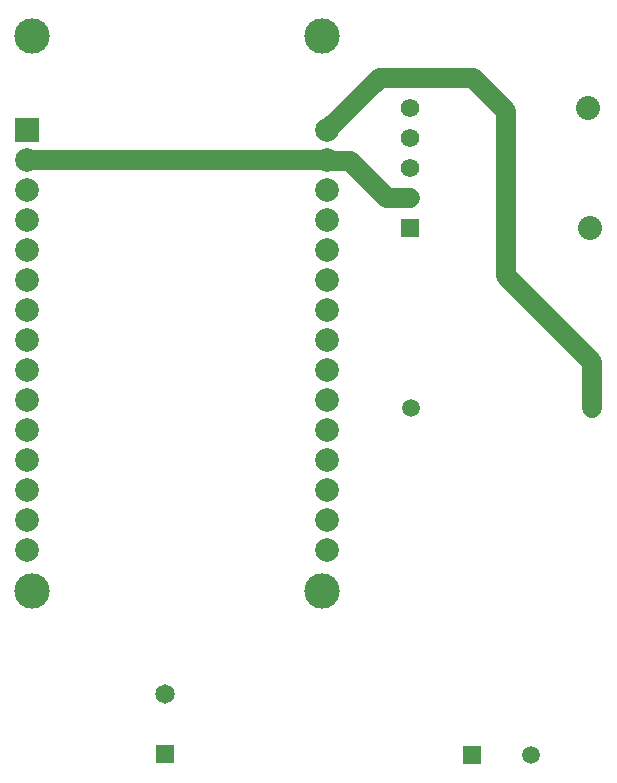
<source format=gbr>
%TF.GenerationSoftware,Altium Limited,Altium Designer,22.1.2 (22)*%
G04 Layer_Physical_Order=2*
G04 Layer_Color=16711680*
%FSLAX26Y26*%
%MOIN*%
%TF.SameCoordinates,3D441875-7E2E-40EE-9B33-20ED1D9A15A1*%
%TF.FilePolarity,Positive*%
%TF.FileFunction,Copper,L2,Bot,Signal*%
%TF.Part,Single*%
G01*
G75*
%TA.AperFunction,Conductor*%
%ADD10C,0.066929*%
%TA.AperFunction,ComponentPad*%
%ADD12C,0.118110*%
%ADD13C,0.078740*%
%ADD14R,0.078740X0.078740*%
%ADD15C,0.080000*%
%ADD16R,0.062000X0.062000*%
%ADD17C,0.062000*%
%ADD18R,0.059370X0.059370*%
%ADD19C,0.059370*%
%ADD20R,0.064961X0.064961*%
%ADD21C,0.064961*%
D10*
X2440000Y3180000D02*
X2515000D01*
X2242260Y3303567D02*
X2316433D01*
X2440000Y3180000D01*
X2240000Y3405827D02*
X2414173Y3580000D01*
X2725000D02*
X2834497Y3470503D01*
X2414173Y3580000D02*
X2725000D01*
X2834497Y2920503D02*
Y3470503D01*
X3123150Y2478740D02*
Y2631851D01*
X2834497Y2920503D02*
X3123150Y2631851D01*
X1240000Y3305827D02*
X2240000D01*
X2242260Y3303567D01*
D12*
X1256535Y3719213D02*
D03*
X2221496D02*
D03*
Y1870787D02*
D03*
X1256535D02*
D03*
D13*
X2240000Y2005827D02*
D03*
Y2105827D02*
D03*
Y2205827D02*
D03*
Y2305827D02*
D03*
Y2405827D02*
D03*
Y2505827D02*
D03*
Y2605827D02*
D03*
Y2705827D02*
D03*
Y2805827D02*
D03*
Y2905827D02*
D03*
Y3005827D02*
D03*
Y3105827D02*
D03*
Y3205827D02*
D03*
Y3305827D02*
D03*
Y3405827D02*
D03*
X1240000Y2005827D02*
D03*
Y2105827D02*
D03*
Y2205827D02*
D03*
Y2305827D02*
D03*
Y2405827D02*
D03*
Y2505827D02*
D03*
Y2605827D02*
D03*
Y2705827D02*
D03*
Y2805827D02*
D03*
Y2905827D02*
D03*
Y3005827D02*
D03*
Y3105827D02*
D03*
Y3205827D02*
D03*
Y3305827D02*
D03*
D14*
Y3405827D02*
D03*
D15*
X3110000Y3480000D02*
D03*
X3115000Y3080000D02*
D03*
D16*
X2515000D02*
D03*
D17*
Y3180000D02*
D03*
Y3280000D02*
D03*
Y3380000D02*
D03*
Y3480000D02*
D03*
D18*
X2721575Y1321260D02*
D03*
D19*
X2918425D02*
D03*
X2516850Y2478740D02*
D03*
X3123150D02*
D03*
D20*
X1700000Y1325000D02*
D03*
D21*
Y1525000D02*
D03*
%TF.MD5,c0bd32612eb1f47b5ad25830ffb7cd63*%
M02*

</source>
